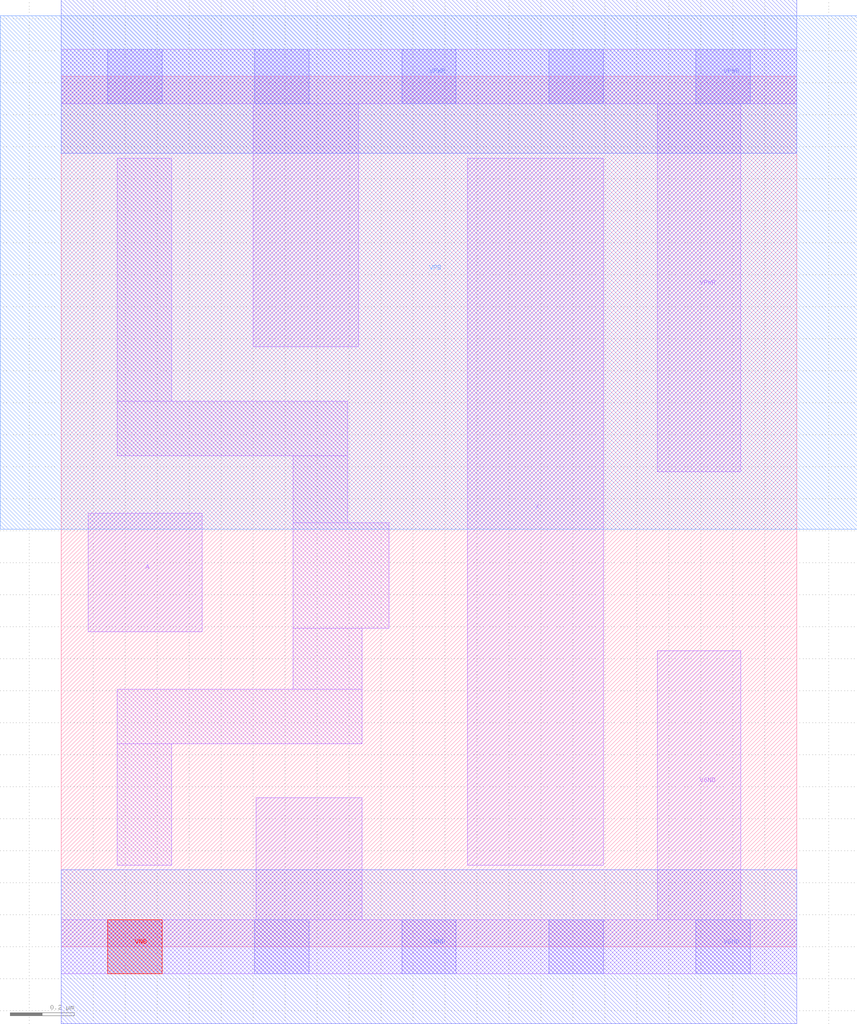
<source format=lef>
# Copyright 2020 The SkyWater PDK Authors
#
# Licensed under the Apache License, Version 2.0 (the "License");
# you may not use this file except in compliance with the License.
# You may obtain a copy of the License at
#
#     https://www.apache.org/licenses/LICENSE-2.0
#
# Unless required by applicable law or agreed to in writing, software
# distributed under the License is distributed on an "AS IS" BASIS,
# WITHOUT WARRANTIES OR CONDITIONS OF ANY KIND, either express or implied.
# See the License for the specific language governing permissions and
# limitations under the License.
#
# SPDX-License-Identifier: Apache-2.0

VERSION 5.7 ;
  NOWIREEXTENSIONATPIN ON ;
  DIVIDERCHAR "/" ;
  BUSBITCHARS "[]" ;
PROPERTYDEFINITIONS
  MACRO maskLayoutSubType STRING ;
  MACRO prCellType STRING ;
  MACRO originalViewName STRING ;
END PROPERTYDEFINITIONS
MACRO sky130_fd_sc_hdll__buf_2
  CLASS CORE ;
  FOREIGN sky130_fd_sc_hdll__buf_2 ;
  ORIGIN  0.000000  0.000000 ;
  SIZE  2.300000 BY  2.720000 ;
  SYMMETRY X Y R90 ;
  SITE unithd ;
  PIN A
    ANTENNAGATEAREA  0.178200 ;
    DIRECTION INPUT ;
    USE SIGNAL ;
    PORT
      LAYER li1 ;
        RECT 0.085000 0.985000 0.440000 1.355000 ;
    END
  END A
  PIN VGND
    ANTENNADIFFAREA  0.444250 ;
    DIRECTION INOUT ;
    USE SIGNAL ;
    PORT
      LAYER li1 ;
        RECT 0.000000 -0.085000 2.300000 0.085000 ;
        RECT 0.610000  0.085000 0.940000 0.465000 ;
        RECT 1.865000  0.085000 2.125000 0.925000 ;
      LAYER mcon ;
        RECT 0.145000 -0.085000 0.315000 0.085000 ;
        RECT 0.605000 -0.085000 0.775000 0.085000 ;
        RECT 1.065000 -0.085000 1.235000 0.085000 ;
        RECT 1.525000 -0.085000 1.695000 0.085000 ;
        RECT 1.985000 -0.085000 2.155000 0.085000 ;
    END
    PORT
      LAYER met1 ;
        RECT 0.000000 -0.240000 2.300000 0.240000 ;
    END
  END VGND
  PIN VPWR
    ANTENNADIFFAREA  0.709400 ;
    DIRECTION INOUT ;
    USE SIGNAL ;
    PORT
      LAYER li1 ;
        RECT 0.000000 2.635000 2.300000 2.805000 ;
        RECT 0.600000 1.875000 0.930000 2.635000 ;
        RECT 1.865000 1.485000 2.125000 2.635000 ;
      LAYER mcon ;
        RECT 0.145000 2.635000 0.315000 2.805000 ;
        RECT 0.605000 2.635000 0.775000 2.805000 ;
        RECT 1.065000 2.635000 1.235000 2.805000 ;
        RECT 1.525000 2.635000 1.695000 2.805000 ;
        RECT 1.985000 2.635000 2.155000 2.805000 ;
    END
    PORT
      LAYER met1 ;
        RECT 0.000000 2.480000 2.300000 2.960000 ;
    END
  END VPWR
  PIN X
    ANTENNADIFFAREA  0.703750 ;
    DIRECTION OUTPUT ;
    USE SIGNAL ;
    PORT
      LAYER li1 ;
        RECT 1.270000 0.255000 1.695000 2.465000 ;
    END
  END X
  PIN VNB
    DIRECTION INOUT ;
    USE GROUND ;
    PORT
      LAYER pwell ;
        RECT 0.145000 -0.085000 0.315000 0.085000 ;
    END
  END VNB
  PIN VPB
    DIRECTION INOUT ;
    USE POWER ;
    PORT
      LAYER nwell ;
        RECT -0.190000 1.305000 2.490000 2.910000 ;
    END
  END VPB
  OBS
    LAYER li1 ;
      RECT 0.175000 0.255000 0.345000 0.635000 ;
      RECT 0.175000 0.635000 0.940000 0.805000 ;
      RECT 0.175000 1.535000 0.895000 1.705000 ;
      RECT 0.175000 1.705000 0.345000 2.465000 ;
      RECT 0.725000 0.805000 0.940000 0.995000 ;
      RECT 0.725000 0.995000 1.025000 1.325000 ;
      RECT 0.725000 1.325000 0.895000 1.535000 ;
  END
  PROPERTY maskLayoutSubType "abstract" ;
  PROPERTY prCellType "standard" ;
  PROPERTY originalViewName "layout" ;
END sky130_fd_sc_hdll__buf_2
END LIBRARY

</source>
